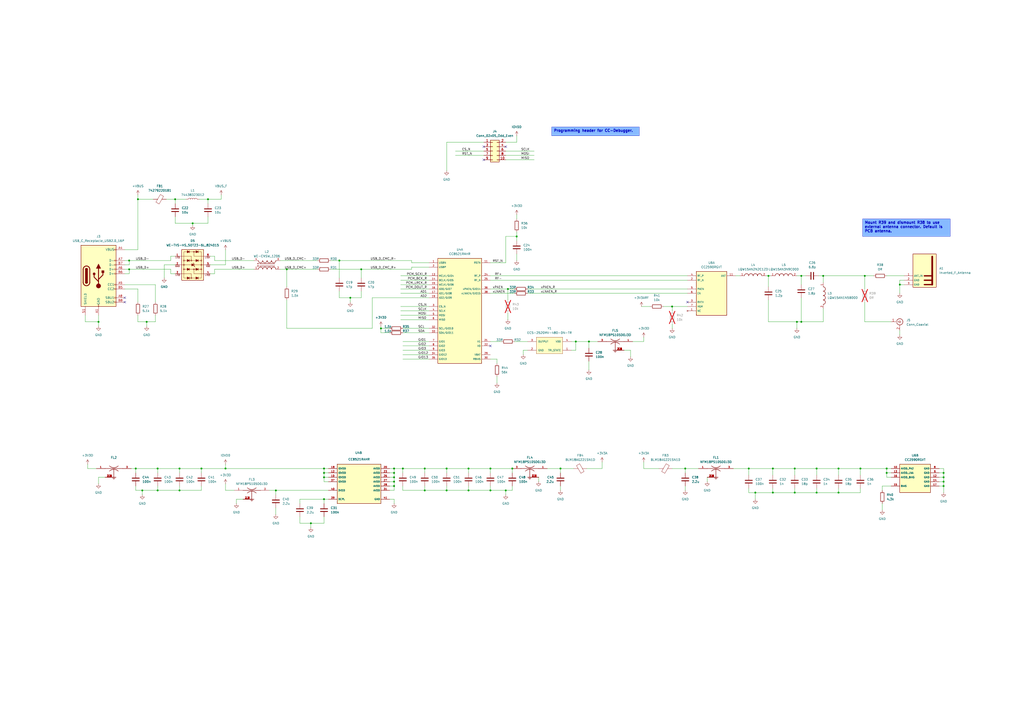
<source format=kicad_sch>
(kicad_sch (version 20231120) (generator "eeschema") (generator_version "8.0")
  (paper "A2")
  (junction (at 294.64 167.64))
  (junction (at 293.37 284.48))
  (junction (at 209.55 156.21))
  (junction (at 228.6 271.78))
  (junction (at 166.37 156.21))
  (junction (at 341.63 198.12))
  (junction (at 297.18 271.78))
  (junction (at 521.97 165.1))
  (junction (at 299.72 137.16))
  (junction (at 473.71 285.75))
  (junction (at 78.74 271.78))
  (junction (at 501.65 160.02))
  (junction (at 74.93 151.13))
  (junction (at 82.55 284.48))
  (junction (at 187.96 289.56))
  (junction (at 160.02 284.48))
  (junction (at 325.12 271.78))
  (junction (at 464.82 186.69))
  (junction (at 228.6 274.32))
  (junction (at 180.34 303.53))
  (junction (at 462.28 186.69))
  (junction (at 486.41 271.78))
  (junction (at 104.14 284.48))
  (junction (at 120.65 115.57))
  (junction (at 259.08 271.78))
  (junction (at 233.68 271.78))
  (junction (at 271.78 271.78))
  (junction (at 486.41 285.75))
  (junction (at 220.98 190.5))
  (junction (at 499.11 271.78))
  (junction (at 547.37 279.4))
  (junction (at 434.34 271.78))
  (junction (at 246.38 271.78))
  (junction (at 547.37 274.32))
  (junction (at 389.89 177.8))
  (junction (at 130.81 271.78))
  (junction (at 448.31 271.78))
  (junction (at 461.01 285.75))
  (junction (at 91.44 271.78))
  (junction (at 284.48 271.78))
  (junction (at 116.84 271.78))
  (junction (at 228.6 281.94))
  (junction (at 284.48 284.48))
  (junction (at 514.35 271.78))
  (junction (at 464.82 160.02))
  (junction (at 101.6 115.57))
  (junction (at 111.76 129.54))
  (junction (at 187.96 274.32))
  (junction (at 445.77 160.02))
  (junction (at 397.51 271.78))
  (junction (at 228.6 276.86))
  (junction (at 477.52 160.02))
  (junction (at 187.96 276.86))
  (junction (at 246.38 284.48))
  (junction (at 91.44 284.48))
  (junction (at 473.71 271.78))
  (junction (at 438.15 285.75))
  (junction (at 547.37 281.94))
  (junction (at 461.01 271.78))
  (junction (at 196.85 151.13))
  (junction (at 514.35 274.32))
  (junction (at 547.37 276.86))
  (junction (at 57.15 186.69))
  (junction (at 74.93 156.21))
  (junction (at 228.6 279.4))
  (junction (at 104.14 271.78))
  (junction (at 187.96 271.78))
  (junction (at 85.09 186.69))
  (junction (at 334.01 198.12))
  (junction (at 448.31 285.75))
  (junction (at 203.2 172.72))
  (junction (at 259.08 284.48))
  (junction (at 80.01 115.57))
  (junction (at 271.78 284.48))
  (no_connect (at 72.39 175.26))
  (no_connect (at 72.39 172.72))
  (no_connect (at 398.78 175.26))
  (no_connect (at 293.37 85.09))
  (no_connect (at 284.48 200.66))
  (no_connect (at 280.67 92.71))
  (no_connect (at 280.67 85.09))
  (wire (pts (xy 299.72 82.55) (xy 293.37 82.55)))
  (wire (pts (xy 294.64 167.64) (xy 294.64 173.99)))
  (wire (pts (xy 120.65 125.73) (xy 120.65 129.54)))
  (wire (pts (xy 232.41 160.02) (xy 248.92 160.02)))
  (wire (pts (xy 72.39 167.64) (xy 80.01 167.64)))
  (wire (pts (xy 434.34 283.21) (xy 434.34 285.75)))
  (wire (pts (xy 246.38 281.94) (xy 246.38 284.48)))
  (wire (pts (xy 233.68 271.78) (xy 246.38 271.78)))
  (wire (pts (xy 90.17 165.1) (xy 90.17 175.26)))
  (wire (pts (xy 228.6 276.86) (xy 228.6 279.4)))
  (wire (pts (xy 166.37 190.5) (xy 215.9 190.5)))
  (wire (pts (xy 521.97 194.31) (xy 521.97 191.77)))
  (wire (pts (xy 259.08 274.32) (xy 259.08 271.78)))
  (wire (pts (xy 196.85 168.91) (xy 196.85 172.72)))
  (wire (pts (xy 410.21 276.86) (xy 410.21 279.4)))
  (wire (pts (xy 294.64 181.61) (xy 294.64 185.42)))
  (wire (pts (xy 196.85 151.13) (xy 238.76 151.13)))
  (wire (pts (xy 445.77 186.69) (xy 445.77 173.99)))
  (wire (pts (xy 448.31 271.78) (xy 448.31 275.59)))
  (wire (pts (xy 116.84 281.94) (xy 116.84 284.48)))
  (wire (pts (xy 233.68 205.74) (xy 248.92 205.74)))
  (wire (pts (xy 115.57 115.57) (xy 120.65 115.57)))
  (wire (pts (xy 384.81 177.8) (xy 389.89 177.8)))
  (wire (pts (xy 373.38 198.12) (xy 367.03 198.12)))
  (wire (pts (xy 306.07 167.64) (xy 398.78 167.64)))
  (wire (pts (xy 120.65 115.57) (xy 128.27 115.57)))
  (wire (pts (xy 101.6 129.54) (xy 101.6 125.73)))
  (wire (pts (xy 187.96 274.32) (xy 187.96 271.78)))
  (wire (pts (xy 547.37 281.94) (xy 547.37 279.4)))
  (wire (pts (xy 57.15 186.69) (xy 57.15 189.23)))
  (wire (pts (xy 426.72 160.02) (xy 429.26 160.02)))
  (wire (pts (xy 233.68 271.78) (xy 233.68 274.32)))
  (wire (pts (xy 325.12 271.78) (xy 325.12 274.32)))
  (wire (pts (xy 501.65 160.02) (xy 501.65 167.64)))
  (wire (pts (xy 284.48 198.12) (xy 290.83 198.12)))
  (wire (pts (xy 477.52 179.07) (xy 477.52 186.69)))
  (wire (pts (xy 232.41 165.1) (xy 248.92 165.1)))
  (wire (pts (xy 331.47 203.2) (xy 334.01 203.2)))
  (wire (pts (xy 284.48 271.78) (xy 297.18 271.78)))
  (wire (pts (xy 190.5 279.4) (xy 187.96 279.4)))
  (wire (pts (xy 180.34 306.07) (xy 180.34 303.53)))
  (wire (pts (xy 284.48 284.48) (xy 293.37 284.48)))
  (wire (pts (xy 215.9 190.5) (xy 215.9 172.72)))
  (wire (pts (xy 232.41 177.8) (xy 248.92 177.8)))
  (wire (pts (xy 187.96 303.53) (xy 187.96 299.72)))
  (wire (pts (xy 514.35 271.78) (xy 516.89 271.78)))
  (wire (pts (xy 547.37 279.4) (xy 547.37 276.86)))
  (wire (pts (xy 101.6 118.11) (xy 101.6 115.57)))
  (wire (pts (xy 462.28 160.02) (xy 464.82 160.02)))
  (wire (pts (xy 284.48 284.48) (xy 271.78 284.48)))
  (wire (pts (xy 373.38 267.97) (xy 373.38 271.78)))
  (wire (pts (xy 101.6 153.67) (xy 95.25 153.67)))
  (wire (pts (xy 303.53 205.74) (xy 303.53 203.2)))
  (wire (pts (xy 80.01 182.88) (xy 80.01 186.69)))
  (wire (pts (xy 464.82 172.72) (xy 464.82 186.69)))
  (wire (pts (xy 57.15 276.86) (xy 60.96 276.86)))
  (wire (pts (xy 74.93 156.21) (xy 74.93 158.75)))
  (wire (pts (xy 104.14 281.94) (xy 104.14 284.48)))
  (wire (pts (xy 521.97 165.1) (xy 524.51 165.1)))
  (wire (pts (xy 80.01 115.57) (xy 80.01 144.78)))
  (wire (pts (xy 389.89 271.78) (xy 397.51 271.78)))
  (wire (pts (xy 220.98 190.5) (xy 226.06 190.5)))
  (wire (pts (xy 228.6 274.32) (xy 228.6 276.86)))
  (wire (pts (xy 438.15 285.75) (xy 438.15 289.56)))
  (wire (pts (xy 99.06 148.59) (xy 99.06 151.13)))
  (wire (pts (xy 226.06 289.56) (xy 228.6 289.56)))
  (wire (pts (xy 233.68 190.5) (xy 248.92 190.5)))
  (wire (pts (xy 501.65 186.69) (xy 501.65 175.26)))
  (wire (pts (xy 232.41 167.64) (xy 248.92 167.64)))
  (wire (pts (xy 486.41 271.78) (xy 486.41 275.59)))
  (wire (pts (xy 91.44 271.78) (xy 104.14 271.78)))
  (wire (pts (xy 461.01 271.78) (xy 448.31 271.78)))
  (wire (pts (xy 85.09 186.69) (xy 90.17 186.69)))
  (wire (pts (xy 425.45 271.78) (xy 434.34 271.78)))
  (wire (pts (xy 334.01 203.2) (xy 334.01 198.12)))
  (wire (pts (xy 82.55 287.02) (xy 82.55 284.48)))
  (wire (pts (xy 434.34 271.78) (xy 434.34 275.59)))
  (wire (pts (xy 299.72 137.16) (xy 299.72 134.62)))
  (wire (pts (xy 341.63 198.12) (xy 334.01 198.12)))
  (wire (pts (xy 477.52 160.02) (xy 501.65 160.02)))
  (wire (pts (xy 325.12 281.94) (xy 325.12 284.48)))
  (wire (pts (xy 372.11 177.8) (xy 377.19 177.8)))
  (wire (pts (xy 284.48 152.4) (xy 293.37 152.4)))
  (wire (pts (xy 341.63 201.93) (xy 341.63 198.12)))
  (wire (pts (xy 271.78 271.78) (xy 271.78 274.32)))
  (wire (pts (xy 238.76 152.4) (xy 248.92 152.4)))
  (wire (pts (xy 124.46 156.21) (xy 124.46 158.75)))
  (wire (pts (xy 501.65 160.02) (xy 506.73 160.02)))
  (wire (pts (xy 461.01 285.75) (xy 461.01 283.21)))
  (wire (pts (xy 473.71 271.78) (xy 486.41 271.78)))
  (wire (pts (xy 120.65 115.57) (xy 120.65 118.11)))
  (wire (pts (xy 76.2 271.78) (xy 78.74 271.78)))
  (wire (pts (xy 294.64 167.64) (xy 298.45 167.64)))
  (wire (pts (xy 160.02 284.48) (xy 160.02 287.02)))
  (wire (pts (xy 111.76 129.54) (xy 111.76 130.81)))
  (wire (pts (xy 464.82 160.02) (xy 464.82 165.1)))
  (wire (pts (xy 111.76 129.54) (xy 101.6 129.54)))
  (wire (pts (xy 74.93 156.21) (xy 99.06 156.21)))
  (wire (pts (xy 232.41 180.34) (xy 248.92 180.34)))
  (wire (pts (xy 547.37 274.32) (xy 547.37 271.78)))
  (wire (pts (xy 130.81 284.48) (xy 135.89 284.48)))
  (wire (pts (xy 91.44 284.48) (xy 82.55 284.48)))
  (wire (pts (xy 248.92 154.94) (xy 238.76 154.94)))
  (wire (pts (xy 547.37 285.75) (xy 547.37 281.94)))
  (wire (pts (xy 72.39 151.13) (xy 74.93 151.13)))
  (wire (pts (xy 325.12 271.78) (xy 317.5 271.78)))
  (wire (pts (xy 299.72 124.46) (xy 299.72 127)))
  (wire (pts (xy 299.72 147.32) (xy 299.72 151.13)))
  (wire (pts (xy 264.16 90.17) (xy 280.67 90.17)))
  (wire (pts (xy 341.63 214.63) (xy 341.63 209.55)))
  (wire (pts (xy 293.37 284.48) (xy 297.18 284.48)))
  (wire (pts (xy 124.46 158.75) (xy 121.92 158.75)))
  (wire (pts (xy 104.14 274.32) (xy 104.14 271.78)))
  (wire (pts (xy 445.77 160.02) (xy 445.77 166.37)))
  (wire (pts (xy 130.81 280.67) (xy 130.81 284.48)))
  (wire (pts (xy 233.68 198.12) (xy 248.92 198.12)))
  (wire (pts (xy 196.85 151.13) (xy 196.85 161.29)))
  (wire (pts (xy 448.31 285.75) (xy 461.01 285.75)))
  (wire (pts (xy 228.6 281.94) (xy 226.06 281.94)))
  (wire (pts (xy 486.41 285.75) (xy 486.41 283.21)))
  (wire (pts (xy 288.29 210.82) (xy 288.29 208.28)))
  (wire (pts (xy 514.35 274.32) (xy 516.89 274.32)))
  (wire (pts (xy 462.28 186.69) (xy 445.77 186.69)))
  (wire (pts (xy 80.01 115.57) (xy 88.9 115.57)))
  (wire (pts (xy 226.06 274.32) (xy 228.6 274.32)))
  (wire (pts (xy 80.01 167.64) (xy 80.01 175.26)))
  (wire (pts (xy 365.76 203.2) (xy 361.95 203.2)))
  (wire (pts (xy 99.06 158.75) (xy 101.6 158.75)))
  (wire (pts (xy 228.6 271.78) (xy 228.6 274.32)))
  (wire (pts (xy 82.55 284.48) (xy 78.74 284.48)))
  (wire (pts (xy 96.52 115.57) (xy 101.6 115.57)))
  (wire (pts (xy 232.41 162.56) (xy 248.92 162.56)))
  (wire (pts (xy 232.41 170.18) (xy 248.92 170.18)))
  (wire (pts (xy 499.11 285.75) (xy 499.11 283.21)))
  (wire (pts (xy 180.34 303.53) (xy 187.96 303.53)))
  (wire (pts (xy 293.37 152.4) (xy 293.37 137.16)))
  (wire (pts (xy 259.08 82.55) (xy 259.08 99.06)))
  (wire (pts (xy 156.21 284.48) (xy 160.02 284.48)))
  (wire (pts (xy 173.99 299.72) (xy 173.99 303.53)))
  (wire (pts (xy 124.46 156.21) (xy 147.32 156.21)))
  (wire (pts (xy 49.53 182.88) (xy 49.53 186.69)))
  (wire (pts (xy 444.5 160.02) (xy 445.77 160.02)))
  (wire (pts (xy 173.99 289.56) (xy 173.99 292.1)))
  (wire (pts (xy 511.81 292.1) (xy 511.81 295.91)))
  (wire (pts (xy 299.72 78.74) (xy 299.72 82.55)))
  (wire (pts (xy 547.37 271.78) (xy 544.83 271.78)))
  (wire (pts (xy 166.37 156.21) (xy 184.15 156.21)))
  (wire (pts (xy 461.01 271.78) (xy 473.71 271.78)))
  (wire (pts (xy 293.37 92.71) (xy 309.88 92.71)))
  (wire (pts (xy 228.6 279.4) (xy 226.06 279.4)))
  (wire (pts (xy 389.89 177.8) (xy 389.89 180.34)))
  (wire (pts (xy 209.55 156.21) (xy 238.76 156.21)))
  (wire (pts (xy 464.82 160.02) (xy 467.36 160.02)))
  (wire (pts (xy 544.83 281.94) (xy 547.37 281.94)))
  (wire (pts (xy 74.93 151.13) (xy 99.06 151.13)))
  (wire (pts (xy 72.39 156.21) (xy 74.93 156.21)))
  (wire (pts (xy 434.34 271.78) (xy 448.31 271.78)))
  (wire (pts (xy 166.37 156.21) (xy 166.37 166.37)))
  (wire (pts (xy 50.8 271.78) (xy 55.88 271.78)))
  (wire (pts (xy 57.15 280.67) (xy 57.15 276.86)))
  (wire (pts (xy 246.38 284.48) (xy 259.08 284.48)))
  (wire (pts (xy 187.96 289.56) (xy 190.5 289.56)))
  (wire (pts (xy 284.48 167.64) (xy 294.64 167.64)))
  (wire (pts (xy 462.28 186.69) (xy 462.28 190.5)))
  (wire (pts (xy 524.51 162.56) (xy 521.97 162.56)))
  (wire (pts (xy 50.8 269.24) (xy 50.8 271.78)))
  (wire (pts (xy 78.74 271.78) (xy 91.44 271.78)))
  (wire (pts (xy 438.15 285.75) (xy 448.31 285.75)))
  (wire (pts (xy 124.46 151.13) (xy 147.32 151.13)))
  (wire (pts (xy 91.44 271.78) (xy 91.44 274.32)))
  (wire (pts (xy 474.98 160.02) (xy 477.52 160.02)))
  (wire (pts (xy 220.98 190.5) (xy 220.98 193.04)))
  (wire (pts (xy 226.06 271.78) (xy 228.6 271.78)))
  (wire (pts (xy 521.97 165.1) (xy 521.97 170.18)))
  (wire (pts (xy 271.78 284.48) (xy 271.78 281.94)))
  (wire (pts (xy 238.76 154.94) (xy 238.76 156.21)))
  (wire (pts (xy 228.6 271.78) (xy 233.68 271.78)))
  (wire (pts (xy 233.68 284.48) (xy 233.68 281.94)))
  (wire (pts (xy 130.81 144.78) (xy 130.81 153.67)))
  (wire (pts (xy 91.44 281.94) (xy 91.44 284.48)))
  (wire (pts (xy 514.35 271.78) (xy 514.35 274.32)))
  (wire (pts (xy 280.67 82.55) (xy 259.08 82.55)))
  (wire (pts (xy 57.15 182.88) (xy 57.15 186.69)))
  (wire (pts (xy 101.6 148.59) (xy 99.06 148.59)))
  (wire (pts (xy 373.38 271.78) (xy 382.27 271.78)))
  (wire (pts (xy 80.01 113.03) (xy 80.01 115.57)))
  (wire (pts (xy 101.6 115.57) (xy 107.95 115.57)))
  (wire (pts (xy 293.37 90.17) (xy 309.88 90.17)))
  (wire (pts (xy 99.06 156.21) (xy 99.06 158.75)))
  (wire (pts (xy 215.9 172.72) (xy 248.92 172.72)))
  (wire (pts (xy 473.71 271.78) (xy 473.71 275.59)))
  (wire (pts (xy 220.98 189.23) (xy 220.98 190.5)))
  (wire (pts (xy 514.35 160.02) (xy 524.51 160.02)))
  (wire (pts (xy 187.96 279.4) (xy 187.96 276.86)))
  (wire (pts (xy 162.56 156.21) (xy 166.37 156.21)))
  (wire (pts (xy 331.47 198.12) (xy 334.01 198.12)))
  (wire (pts (xy 473.71 283.21) (xy 473.71 285.75)))
  (wire (pts (xy 74.93 151.13) (xy 74.93 153.67)))
  (wire (pts (xy 461.01 285.75) (xy 473.71 285.75)))
  (wire (pts (xy 187.96 276.86) (xy 190.5 276.86)))
  (wire (pts (xy 187.96 271.78) (xy 190.5 271.78)))
  (wire (pts (xy 312.42 276.86) (xy 312.42 279.4)))
  (wire (pts (xy 80.01 186.69) (xy 85.09 186.69)))
  (wire (pts (xy 544.83 274.32) (xy 547.37 274.32)))
  (wire (pts (xy 137.16 289.56) (xy 140.97 289.56)))
  (wire (pts (xy 173.99 303.53) (xy 180.34 303.53)))
  (wire (pts (xy 511.81 281.94) (xy 511.81 284.48)))
  (wire (pts (xy 246.38 271.78) (xy 246.38 274.32)))
  (wire (pts (xy 259.08 284.48) (xy 271.78 284.48)))
  (wire (pts (xy 78.74 284.48) (xy 78.74 281.94)))
  (wire (pts (xy 228.6 289.56) (xy 228.6 292.1)))
  (wire (pts (xy 85.09 189.23) (xy 85.09 186.69)))
  (wire (pts (xy 137.16 292.1) (xy 137.16 289.56)))
  (wire (pts (xy 547.37 276.86) (xy 547.37 274.32)))
  (wire (pts (xy 130.81 269.24) (xy 130.81 271.78)))
  (wire (pts (xy 246.38 271.78) (xy 259.08 271.78)))
  (wire (pts (xy 111.76 129.54) (xy 120.65 129.54)))
  (wire (pts (xy 303.53 203.2) (xy 306.07 203.2)))
  (wire (pts (xy 233.68 208.28) (xy 248.92 208.28)))
  (wire (pts (xy 209.55 172.72) (xy 209.55 168.91)))
  (wire (pts (xy 349.25 267.97) (xy 349.25 271.78)))
  (wire (pts (xy 499.11 271.78) (xy 499.11 275.59)))
  (wire (pts (xy 293.37 287.02) (xy 293.37 284.48)))
  (wire (pts (xy 284.48 170.18) (xy 298.45 170.18)))
  (wire (pts (xy 284.48 281.94) (xy 284.48 284.48)))
  (wire (pts (xy 72.39 165.1) (xy 90.17 165.1)))
  (wire (pts (xy 259.08 271.78) (xy 271.78 271.78)))
  (wire (pts (xy 461.01 271.78) (xy 461.01 275.59)))
  (wire (pts (xy 116.84 271.78) (xy 130.81 271.78)))
  (wire (pts (xy 121.92 148.59) (xy 124.46 148.59)))
  (wire (pts (xy 232.41 185.42) (xy 248.92 185.42)))
  (wire (pts (xy 72.39 153.67) (xy 74.93 153.67)))
  (wire (pts (xy 516.89 281.94) (xy 511.81 281.94)))
  (wire (pts (xy 238.76 151.13) (xy 238.76 152.4)))
  (wire (pts (xy 259.08 281.94) (xy 259.08 284.48)))
  (wire (pts (xy 104.14 284.48) (xy 116.84 284.48)))
  (wire (pts (xy 332.74 271.78) (xy 325.12 271.78)))
  (wire (pts (xy 299.72 139.7) (xy 299.72 137.16)))
  (wire (pts (xy 445.77 160.02) (xy 447.04 160.02)))
  (wire (pts (xy 284.48 160.02) (xy 398.78 160.02)))
  (wire (pts (xy 448.31 283.21) (xy 448.31 285.75)))
  (wire (pts (xy 78.74 271.78) (xy 78.74 274.32)))
  (wire (pts (xy 196.85 172.72) (xy 203.2 172.72)))
  (wire (pts (xy 95.25 153.67) (xy 95.25 161.29)))
  (wire (pts (xy 349.25 271.78) (xy 340.36 271.78)))
  (wire (pts (xy 91.44 284.48) (xy 104.14 284.48)))
  (wire (pts (xy 264.16 87.63) (xy 280.67 87.63)))
  (wire (pts (xy 228.6 276.86) (xy 226.06 276.86)))
  (wire (pts (xy 191.77 156.21) (xy 209.55 156.21)))
  (wire (pts (xy 397.51 281.94) (xy 397.51 284.48)))
  (wire (pts (xy 288.29 218.44) (xy 288.29 222.25)))
  (wire (pts (xy 130.81 271.78) (xy 187.96 271.78)))
  (wire (pts (xy 434.34 285.75) (xy 438.15 285.75)))
  (wire (pts (xy 284.48 162.56) (xy 398.78 162.56)))
  (wire (pts (xy 544.83 279.4) (xy 547.37 279.4)))
  (wire (pts (xy 514.35 276.86) (xy 516.89 276.86)))
  (wire (pts (xy 365.76 207.01) (xy 365.76 203.2)))
  (wire (pts (xy 72.39 158.75) (xy 74.93 158.75)))
  (wire (pts (xy 397.51 271.78) (xy 397.51 274.32)))
  (wire (pts (xy 297.18 281.94) (xy 297.18 284.48)))
  (wire (pts (xy 284.48 271.78) (xy 284.48 274.32)))
  (wire (pts (xy 130.81 153.67) (xy 121.92 153.67)))
  (wire (pts (xy 297.18 274.32) (xy 297.18 271.78)))
  (wire (pts (xy 187.96 289.56) (xy 173.99 289.56)))
  (wire (pts (xy 514.35 274.32) (xy 514.35 276.86)))
  (wire (pts (xy 228.6 281.94) (xy 228.6 284.48)))
  (wire (pts (xy 389.89 187.96) (xy 389.89 190.5)))
  (wire (pts (xy 203.2 172.72) (xy 209.55 172.72)))
  (wire (pts (xy 473.71 285.75) (xy 486.41 285.75)))
  (wire (pts (xy 271.78 271.78) (xy 284.48 271.78)))
  (wire (pts (xy 233.68 193.04) (xy 248.92 193.04)))
  (wire (pts (xy 166.37 173.99) (xy 166.37 190.5)))
  (wire (pts (xy 477.52 186.69) (xy 464.82 186.69)))
  (wire (pts (xy 72.39 144.78) (xy 80.01 144.78)))
  (wire (pts (xy 162.56 151.13) (xy 184.15 151.13)))
  (wire (pts (xy 191.77 151.13) (xy 196.85 151.13)))
  (wire (pts (xy 521.97 162.56) (xy 521.97 165.1)))
  (wire (pts (xy 246.38 284.48) (xy 233.68 284.48)))
  (wire (pts (xy 293.37 137.16) (xy 299.72 137.16)))
  (wire (pts (xy 288.29 208.28) (xy 284.48 208.28)))
  (wire (pts (xy 90.17 182.88) (xy 90.17 186.69)))
  (wire (pts (xy 499.11 271.78) (xy 514.35 271.78)))
  (wire (pts (xy 160.02 294.64) (xy 160.02 298.45)))
  (wire (pts (xy 187.96 276.86) (xy 187.96 274.32)))
  (wire (pts (xy 544.83 276.86) (xy 547.37 276.86)))
  (wire (pts (xy 233.68 203.2) (xy 248.92 203.2)))
  (wire (pts (xy 486.41 271.78) (xy 499.11 271.78)))
  (wire (pts (xy 232.41 182.88) (xy 248.92 182.88)))
  (wire (pts (xy 397.51 271.78) (xy 405.13 271.78)))
  (wire (pts (xy 116.84 271.78) (xy 116.84 274.32)))
  (wire (pts (xy 124.46 148.59) (xy 124.46 151.13)))
  (wire (pts (xy 228.6 284.48) (xy 226.06 284.48)))
  (wire (pts (xy 160.02 284.48) (xy 190.5 284.48)))
  (wire (pts (xy 373.38 195.58) (xy 373.38 198.12)))
  (wire (pts (xy 187.96 289.56) (xy 187.96 292.1)))
  (wire (pts (xy 486.41 285.75) (xy 499.11 285.75)))
  (wire (pts (xy 306.07 170.18) (xy 398.78 170.18)))
  (wire (pts (xy 464.82 186.69) (xy 462.28 186.69)))
  (wire (pts (xy 298.45 198.12) (xy 306.07 198.12)))
  (wire (pts (xy 49.53 186.69) (xy 57.15 186.69)))
  (wire (pts (xy 341.63 198.12) (xy 346.71 198.12)))
  (wire (pts (xy 477.52 160.02) (xy 477.52 163.83)))
  (wire (pts (xy 203.2 172.72) (xy 203.2 175.26)))
  (wire (pts (xy 516.89 186.69) (xy 501.65 186.69)))
  (wire (pts (xy 228.6 279.4) (xy 228.6 281.94)))
  (wire (pts (xy 104.14 271.78) (xy 116.84 271.78)))
  (wire (pts (xy 389.89 177.8) (xy 398.78 177.8)))
  (wire (pts (xy 226.06 193.04) (xy 220.98 193.04)))
  (wire (pts (xy 233.68 200.66) (xy 248.92 200.66)))
  (wire (pts (xy 128.27 113.03) (xy 128.27 115.57)))
  (wire (pts (xy 293.37 87.63) (xy 309.88 87.63)))
  (wire (pts (xy 187.96 274.32) (xy 190.5 274.32)))
  (wire (pts (xy 209.55 156.21) (xy 209.55 161.29)))
  (text_box "Programming header for CC-Debugger." (at 320.04 73.66 0) (size 50.8 5.08) (fill (type color) (color 135 186 255 1)) (effects (font (size 1.524 1.524) (thickness 0.3048) (bold yes)) (justify left top)))
  (text_box "Mount R39 and dismount R38 to use external antenna connector. Default is PCB antenna." (at 500.38 127 0) (size 50.8 10.16) (fill (type color) (color 135 186 255 1)) (effects (font (size 1.524 1.524) (thickness 0.3048) (bold yes)) (justify left top)))
  (label "SDA" (at 242.57 193.04 0))
  (label "PCM_BCK_R" (at 247.65 162.56 180))
  (label "xLNAEN_R" (at 313.69 170.18 0))
  (label "MOSI" (at 242.57 182.88 0))
  (label "xPAEN" (at 285.75 167.64 0))
  (label "GIO13" (at 242.57 208.28 0))
  (label "USB_D-" (at 78.74 151.13 0))
  (label "RF+" (at 287.02 160.02 0))
  (label "SCLK" (at 302.26 87.63 0))
  (label "GIO3" (at 242.57 203.2 0))
  (label "MOSI" (at 302.26 90.17 0))
  (label "MISO" (at 242.57 185.42 0))
  (label "RST_N" (at 285.75 152.4 0))
  (label "RST_N" (at 267.97 90.17 0))
  (label "GIO2" (at 242.57 200.66 0))
  (label "USB_D+" (at 78.74 156.21 0))
  (label "GIO1" (at 242.57 198.12 0))
  (label "CS_N" (at 267.97 87.63 0))
  (label "AD2" (at 243.84 172.72 0))
  (label "MISO" (at 302.26 92.71 0))
  (label "PCM_LRCK_R" (at 247.65 165.1 180))
  (label "PCM_SCKI_R" (at 247.65 160.02 180))
  (label "AD1" (at 243.84 170.18 0))
  (label "GIO12" (at 242.57 205.74 0))
  (label "xLNAEN" (at 285.75 170.18 0))
  (label "USB_D-" (at 142.24 151.13 180))
  (label "USB_D_CMC+" (at 177.8 156.21 180))
  (label "USB_D_CMC_R-" (at 229.87 151.13 180))
  (label "USB_D_CMC-" (at 177.8 151.13 180))
  (label "USB_D+" (at 142.24 156.21 180))
  (label "RF-" (at 287.02 162.56 0))
  (label "USB_D_CMC_R+" (at 229.87 156.21 180))
  (label "SCL" (at 242.57 190.5 0))
  (label "PCM_DOUT_R" (at 247.65 167.64 180))
  (label "SCLK" (at 242.57 180.34 0))
  (label "xPAEN_R" (at 313.69 167.64 0))
  (label "CS_N" (at 242.57 177.8 0))
  (symbol (lib_id "Device:R") (at 294.64 198.12 90) (unit 1)
    (property "Reference" "R32" (at 300.228 197.104 90))
    (property "Value" "33R" (at 289.814 197.104 90))
    (property "Description" "Resistor" (effects (hide yes)))
  )
  (symbol (lib_id "Wirelles_Guitar_Jack:CC2590RGVT") (at 530.86 276.86 0) (unit 2)
    (property "Reference" "U6" (at 530.86 264.16 0))
    (property "Value" "CC2590RGVT" (at 530.86 266.7 0))
    (property "Footprint" "Wirelles_Guitar_Jack:QFN65P400X400X100-17N" (effects (hide yes)))
  )
  (symbol (lib_id "power:GND") (at 410.21 279.4 0) (unit 1)
    (property "Reference" "#PWR062" (effects (hide yes)))
    (property "Value" "GND" (at 410.21 284.48 0))
    (property "Description" "Power symbol creates a global label with name \"GND\" , ground" (effects (hide yes)))
  )
  (symbol (lib_id "power:GND") (at 299.72 151.13 0) (unit 1)
    (property "Reference" "#PWR042" (effects (hide yes)))
    (property "Value" "GND" (at 299.72 156.21 0))
    (property "Description" "Power symbol creates a global label with name \"GND\" , ground" (effects (hide yes)))
  )
  (symbol (lib_id "power:GND") (at 521.97 194.31 0) (unit 1)
    (property "Reference" "#PWR049" (effects (hide yes)))
    (property "Value" "GND" (at 521.97 199.39 0))
    (property "Description" "Power symbol creates a global label with name \"GND\" , ground" (effects (hide yes)))
  )
  (symbol (lib_id "power:GND") (at 57.15 189.23 0) (unit 1)
    (property "Reference" "#PWR033" (effects (hide yes)))
    (property "Value" "GND" (at 57.15 194.31 0))
    (property "Description" "Power symbol creates a global label with name \"GND\" , ground" (effects (hide yes)))
  )
  (symbol (lib_id "Device:R") (at 302.26 167.64 90) (unit 1)
    (property "Reference" "R34" (at 307.848 166.624 90))
    (property "Value" "33R" (at 297.434 166.624 90))
    (property "Description" "Resistor" (effects (hide yes)))
  )
  (symbol (lib_id "Device:C") (at 101.6 121.92 0) (unit 1)
    (property "Reference" "C22" (at 105.41 120.6499 0) (effects (justify left)))
    (property "Value" "10u" (at 105.41 123.1899 0) (effects (justify left)))
    (property "Footprint" "Capacitor_SMD:C_0805_2012Metric" (effects (hide yes)))
    (property "Description" "Unpolarized capacitor" (effects (hide yes)))
  )
  (symbol (lib_id "power:GND") (at 462.28 190.5 0) (unit 1)
    (property "Reference" "#PWR046" (effects (hide yes)))
    (property "Value" "GND" (at 462.28 195.58 0))
    (property "Description" "Power symbol creates a global label with name \"GND\" , ground" (effects (hide yes)))
  )
  (symbol (lib_id "power:+5VA") (at 373.38 195.58 0) (mirror y) (unit 1)
    (property "Reference" "#PWR051" (effects (hide yes)))
    (property "Value" "+3V3D" (at 373.38 190.5 0))
    (property "Description" "Power symbol creates a global label with name \"+5VA\"" (effects (hide yes)))
  )
  (symbol (lib_id "Device:C") (at 78.74 278.13 0) (unit 1)
    (property "Reference" "C44" (at 82.55 276.8599 0) (effects (justify left)))
    (property "Value" "100n" (at 82.55 279.3999 0) (effects (justify left)))
    (property "Description" "Unpolarized capacitor" (effects (hide yes)))
  )
  (symbol (lib_id "power:+5VA") (at 349.25 267.97 0) (mirror y) (unit 1)
    (property "Reference" "#PWR066" (effects (hide yes)))
    (property "Value" "+3V3A" (at 349.25 262.89 0))
    (property "Description" "Power symbol creates a global label with name \"+5VA\"" (effects (hide yes)))
  )
  (symbol (lib_id "power:+5VA") (at 50.8 269.24 0) (unit 1)
    (property "Reference" "#PWR047" (effects (hide yes)))
    (property "Value" "+3V3D" (at 50.8 264.16 0))
    (property "Description" "Power symbol creates a global label with name \"+5VA\"" (effects (hide yes)))
  )
  (symbol (lib_id "Device:C") (at 297.18 278.13 0) (unit 1)
    (property "Reference" "C48" (at 300.99 276.8599 0) (effects (justify left)))
    (property "Value" "100n" (at 300.99 279.3999 0) (effects (justify left)))
    (property "Description" "Unpolarized capacitor" (effects (hide yes)))
  )
  (symbol (lib_id "Device:C") (at 196.85 165.1 0) (unit 1)
    (property "Reference" "C19" (at 200.66 163.8299 0) (effects (justify left)))
    (property "Value" "47p" (at 200.66 166.3699 0) (effects (justify left)))
    (property "Description" "Unpolarized capacitor" (effects (hide yes)))
  )
  (symbol (lib_id "power:GND") (at 547.37 285.75 0) (unit 1)
    (property "Reference" "#PWR045" (effects (hide yes)))
    (property "Value" "GND" (at 547.37 290.83 0))
    (property "Description" "Power symbol creates a global label with name \"GND\" , ground" (effects (hide yes)))
  )
  (symbol (lib_id "power:GND") (at 389.89 190.5 0) (unit 1)
    (property "Reference" "#PWR054" (effects (hide yes)))
    (property "Value" "GND" (at 389.89 195.58 0))
    (property "Description" "Power symbol creates a global label with name \"GND\" , ground" (effects (hide yes)))
  )
  (symbol (lib_id "Device:C") (at 473.71 279.4 0) (unit 1)
    (property "Reference" "C34" (at 477.52 278.1299 0) (effects (justify left)))
    (property "Value" "1n" (at 477.52 280.6699 0) (effects (justify left)))
    (property "Description" "Unpolarized capacitor" (effects (hide yes)))
  )
  (symbol (lib_id "power:GND") (at 397.51 284.48 0) (unit 1)
    (property "Reference" "#PWR061" (effects (hide yes)))
    (property "Value" "GND" (at 397.51 289.56 0))
    (property "Description" "Power symbol creates a global label with name \"GND\" , ground" (effects (hide yes)))
  )
  (symbol (lib_id "power:GND") (at 288.29 222.25 0) (unit 1)
    (property "Reference" "#PWR074" (effects (hide yes)))
    (property "Value" "GND" (at 288.29 227.33 0))
    (property "Description" "Power symbol creates a global label with name \"GND\" , ground" (effects (hide yes)))
  )
  (symbol (lib_id "power:+5VA") (at 373.38 267.97 0) (unit 1)
    (property "Reference" "#PWR063" (effects (hide yes)))
    (property "Value" "+3V3A" (at 373.38 262.89 0))
    (property "Description" "Power symbol creates a global label with name \"+5VA\"" (effects (hide yes)))
  )
  (symbol (lib_id "Device:FerriteBead") (at 92.71 115.57 90) (unit 1)
    (property "Reference" "FB1" (at 92.6592 107.95 90))
    (property "Value" "74279220181" (at 92.6592 110.49 90))
    (property "Footprint" "Inductor_SMD:L_0805_2012Metric" (effects (hide yes)))
    (property "Datasheet" "https://www.we-online.com/components/products/datasheet/74279220181.pdf" (effects (hide yes)))
    (property "Description" "74279220181" (effects (hide yes)))
  )
  (symbol (lib_id "Device:R") (at 501.65 171.45 0) (unit 1) (dnp yes)
    (property "Reference" "R39" (at 504.19 170.1799 0) (effects (justify left)))
    (property "Value" "0R" (at 504.19 172.7199 0) (effects (justify left)))
    (property "Description" "Resistor" (effects (hide yes)))
  )
  (symbol (lib_id "Device:C") (at 464.82 168.91 180) (unit 1)
    (property "Reference" "C27" (at 468.63 167.6399 0) (effects (justify right)))
    (property "Value" "1.8p" (at 468.63 170.1799 0) (effects (justify right)))
    (property "Description" "Unpolarized capacitor" (effects (hide yes)))
  )
  (symbol (lib_id "power:GND") (at 521.97 170.18 0) (unit 1)
    (property "Reference" "#PWR050" (effects (hide yes)))
    (property "Value" "GND" (at 521.97 175.26 0))
    (property "Description" "Power symbol creates a global label with name \"GND\" , ground" (effects (hide yes)))
  )
  (symbol (lib_id "Connector_Generic:Conn_02x05_Odd_Even") (at 285.75 87.63 0) (unit 1)
    (property "Reference" "J4" (at 287.02 76.2 0))
    (property "Value" "Conn_02x05_Odd_Even" (at 287.02 78.74 0))
    (property "Footprint" "Connector_IDC:IDC-Header_2x05_P2.54mm_Vertical" (effects (hide yes)))
    (property "Description" "Generic connector, double row, 02x05, odd/even pin numbering scheme (row 1 odd numbers, row 2 even numbers), script generated (kicad-library-utils/schlib/autogen/connector/)" (effects (hide yes)))
  )
  (symbol (lib_id "Wirelles_Guitar_Jack:LQW15AN3N9C00D") (at 454.66 160.02 0) (unit 1)
    (property "Reference" "L5" (at 454.66 153.67 0))
    (property "Value" "LQW15AN3N9C00D" (at 454.66 156.21 0))
    (property "Footprint" "Wirelles_Guitar_Jack:INDC1006X60N" (effects (hide yes)))
  )
  (symbol (lib_id "Device:R") (at 288.29 214.63 180) (unit 1)
    (property "Reference" "R44" (at 290.83 213.3599 0) (effects (justify right)))
    (property "Value" "56k" (at 290.83 215.8999 0) (effects (justify right)))
    (property "Description" "Resistor" (effects (hide yes)))
  )
  (symbol (lib_id "Wirelles_Guitar_Jack:NFM18PS105D0J3D") (at 307.34 271.78 0) (mirror y) (unit 1)
    (property "Reference" "FL4" (at 307.34 265.43 0))
    (property "Value" "NFM18PS105D0J3D" (at 307.34 267.97 0))
    (property "Footprint" "Wirelles_Guitar_Jack:FIL_NFM18PS105D0J3D" (effects (hide yes)))
    (property "Description" "Feedthrough Capacitor" (effects (hide yes)))
    (property "MF" "Murata" (effects (hide yes)))
    (property "PACKAGE" "0603 Murata" (effects (hide yes)))
    (property "PRICE" "None" (effects (hide yes)))
    (property "Package" "NONSTANDARD" (effects (hide yes)))
    (property "Check_prices" "https://www.snapeda.com/parts/NFM18PS105D0J3D/Murata/view-part/?ref=eda" (effects (hide yes)))
    (property "Price" "None" (effects (hide yes)))
    (property "SnapEDA_Link" "https://www.snapeda.com/parts/NFM18PS105D0J3D/Murata/view-part/?ref=snap" (effects (hide yes)))
    (property "MP" "NFM18PS105D0J3D" (effects (hide yes)))
    (property "Availability" "In Stock" (effects (hide yes)))
    (property "AVAILABILITY" "Unavailable" (effects (hide yes)))
    (property "Description_1" "\n                        \n                            SMD Capacitor  with Capacitance: 1.0uF Tol. 20%. Rated Voltage: 6.3Vdc\n                        \n" (effects (hide yes)))
  )
  (symbol (lib_id "power:+5VA") (at 128.27 113.03 0) (unit 1)
    (property "Reference" "#PWR036" (effects (hide yes)))
    (property "Value" "VBUS_F" (at 128.27 107.95 0))
    (property "Description" "Power symbol creates a global label with name \"+5VA\"" (effects (hide yes)))
  )
  (symbol (lib_id "Device:R") (at 299.72 130.81 180) (unit 1)
    (property "Reference" "R36" (at 302.26 129.5399 0) (effects (justify right)))
    (property "Value" "10k" (at 302.26 132.0799 0) (effects (justify right)))
    (property "Description" "Resistor" (effects (hide yes)))
  )
  (symbol (lib_id "Device:C") (at 299.72 143.51 0) (unit 1)
    (property "Reference" "C24" (at 303.53 142.2399 0) (effects (justify left)))
    (property "Value" "100n" (at 303.53 144.7799 0) (effects (justify left)))
    (property "Description" "Unpolarized capacitor" (effects (hide yes)))
  )
  (symbol (lib_id "Device:R") (at 381 177.8 270) (unit 1)
    (property "Reference" "R41" (at 381 171.45 90))
    (property "Value" "10k" (at 381 173.99 90))
    (property "Description" "Resistor" (effects (hide yes)))
  )
  (symbol (lib_id "Device:C") (at 187.96 295.91 0) (unit 1)
    (property "Reference" "C31" (at 191.77 294.6399 0) (effects (justify left)))
    (property "Value" "100n" (at 191.77 297.1799 0) (effects (justify left)))
    (property "Description" "Unpolarized capacitor" (effects (hide yes)))
  )
  (symbol (lib_id "Wirelles_Guitar_Jack:CC8521RHAR") (at 266.7 173.99 0) (unit 1)
    (property "Reference" "U4" (at 266.7 144.78 0))
    (property "Value" "CC8521RAHR" (at 266.7 147.32 0))
    (property "Footprint" "Wirelles_Guitar_Jack:QFN50P600X600X100-41N" (effects (hide yes)))
  )
  (symbol (lib_id "Device:C") (at 233.68 278.13 0) (unit 1)
    (property "Reference" "C49" (at 237.49 276.8599 0) (effects (justify left)))
    (property "Value" "100n" (at 237.49 279.3999 0) (effects (justify left)))
    (property "Description" "Unpolarized capacitor" (effects (hide yes)))
  )
  (symbol (lib_id "Device:C") (at 246.38 278.13 0) (unit 1)
    (property "Reference" "C50" (at 250.19 276.8599 0) (effects (justify left)))
    (property "Value" "100n" (at 250.19 279.3999 0) (effects (justify left)))
    (property "Description" "Unpolarized capacitor" (effects (hide yes)))
  )
  (symbol (lib_id "Device:C") (at 499.11 279.4 0) (unit 1)
    (property "Reference" "C36" (at 502.92 278.1299 0) (effects (justify left)))
    (property "Value" "1n" (at 502.92 280.6699 0) (effects (justify left)))
    (property "Description" "Unpolarized capacitor" (effects (hide yes)))
  )
  (symbol (lib_id "Device:C") (at 284.48 278.13 0) (unit 1)
    (property "Reference" "C47" (at 288.29 276.8599 0) (effects (justify left)))
    (property "Value" "100n" (at 288.29 279.3999 0) (effects (justify left)))
    (property "Description" "Unpolarized capacitor" (effects (hide yes)))
  )
  (symbol (lib_id "Device:R") (at 510.54 160.02 90) (unit 1)
    (property "Reference" "R38" (at 510.54 153.67 90))
    (property "Value" "0R" (at 510.54 156.21 90))
    (property "Description" "Resistor" (effects (hide yes)))
  )
  (symbol (lib_id "Wirelles_Guitar_Jack:NFM18PS105D0J3D") (at 356.87 198.12 0) (mirror y) (unit 1)
    (property "Reference" "FL5" (at 356.87 191.77 0))
    (property "Value" "NFM18PS105D0J3D" (at 356.87 194.31 0))
    (property "Footprint" "Wirelles_Guitar_Jack:FIL_NFM18PS105D0J3D" (effects (hide yes)))
    (property "Description" "Feedthrough Capacitor" (effects (hide yes)))
    (property "MF" "Murata" (effects (hide yes)))
    (property "PACKAGE" "0603 Murata" (effects (hide yes)))
    (property "PRICE" "None" (effects (hide yes)))
    (property "Package" "NONSTANDARD" (effects (hide yes)))
    (property "Check_prices" "https://www.snapeda.com/parts/NFM18PS105D0J3D/Murata/view-part/?ref=eda" (effects (hide yes)))
    (property "Price" "None" (effects (hide yes)))
    (property "SnapEDA_Link" "https://www.snapeda.com/parts/NFM18PS105D0J3D/Murata/view-part/?ref=snap" (effects (hide yes)))
    (property "MP" "NFM18PS105D0J3D" (effects (hide yes)))
    (property "Availability" "In Stock" (effects (hide yes)))
    (property "AVAILABILITY" "Unavailable" (effects (hide yes)))
    (property "Description_1" "\n                        \n                            SMD Capacitor  with Capacitance: 1.0uF Tol. 20%. Rated Voltage: 6.3Vdc\n                        \n" (effects (hide yes)))
  )
  (symbol (lib_id "power:GND") (at 511.81 295.91 0) (unit 1)
    (property "Reference" "#PWR053" (effects (hide yes)))
    (property "Value" "GND" (at 511.81 300.99 0))
    (property "Description" "Power symbol creates a global label with name \"GND\" , ground" (effects (hide yes)))
  )
  (symbol (lib_id "power:GND") (at 259.08 99.06 0) (mirror y) (unit 1)
    (property "Reference" "#PWR058" (effects (hide yes)))
    (property "Value" "GND" (at 259.08 104.14 0))
    (property "Description" "Power symbol creates a global label with name \"GND\" , ground" (effects (hide yes)))
  )
  (symbol (lib_id "power:+5VA") (at 130.81 269.24 0) (unit 1)
    (property "Reference" "#PWR059" (effects (hide yes)))
    (property "Value" "IOVDD" (at 130.81 264.16 0))
    (property "Description" "Power symbol creates a global label with name \"+5VA\"" (effects (hide yes)))
  )
  (symbol (lib_id "Wirelles_Guitar_Jack:NFM18PS105D0J3D") (at 146.05 284.48 0) (unit 1)
    (property "Reference" "FL3" (at 146.05 278.13 0))
    (property "Value" "NFM18PS105D0J3D" (at 146.05 280.67 0))
    (property "Footprint" "Wirelles_Guitar_Jack:FIL_NFM18PS105D0J3D" (effects (hide yes)))
    (property "Description" "Feedthrough Capacitor" (effects (hide yes)))
    (property "MF" "Murata" (effects (hide yes)))
    (property "PACKAGE" "0603 Murata" (effects (hide yes)))
    (property "PRICE" "None" (effects (hide yes)))
    (property "Package" "NONSTANDARD" (effects (hide yes)))
    (property "Check_prices" "https://www.snapeda.com/parts/NFM18PS105D0J3D/Murata/view-part/?ref=eda" (effects (hide yes)))
    (property "Price" "None" (effects (hide yes)))
    (property "SnapEDA_Link" "https://www.snapeda.com/parts/NFM18PS105D0J3D/Murata/view-part/?ref=snap" (effects (hide yes)))
    (property "MP" "NFM18PS105D0J3D" (effects (hide yes)))
    (property "Availability" "In Stock" (effects (hide yes)))
    (property "AVAILABILITY" "Unavailable" (effects (hide yes)))
    (property "Description_1" "\n                        \n                            SMD Capacitor  with Capacitance: 1.0uF Tol. 20%. Rated Voltage: 6.3Vdc\n                        \n" (effects (hide yes)))
  )
  (symbol (lib_id "power:GND") (at 57.15 280.67 0) (unit 1)
    (property "Reference" "#PWR065" (effects (hide yes)))
    (property "Value" "GND" (at 57.15 285.75 0))
    (property "Description" "Power symbol creates a global label with name \"GND\" , ground" (effects (hide yes)))
  )
  (symbol (lib_id "power:GND") (at 438.15 289.56 0) (unit 1)
    (property "Reference" "#PWR057" (effects (hide yes)))
    (property "Value" "GND" (at 438.15 294.64 0))
    (property "Description" "Power symbol creates a global label with name \"GND\" , ground" (effects (hide yes)))
  )
  (symbol (lib_id "power:GND") (at 95.25 161.29 0) (unit 1)
    (property "Reference" "#PWR037" (effects (hide yes)))
    (property "Value" "GND" (at 95.25 166.37 0))
    (property "Description" "Power symbol creates a global label with name \"GND\" , ground" (effects (hide yes)))
  )
  (symbol (lib_id "Wirelles_Guitar_Jack:NFM18PS105D0J3D") (at 415.29 271.78 0) (unit 1)
    (property "Reference" "FL1" (at 415.29 265.43 0))
    (property "Value" "NFM18PS105D0J3D" (at 415.29 267.97 0))
    (property "Footprint" "Wirelles_Guitar_Jack:FIL_NFM18PS105D0J3D" (effects (hide yes)))
    (property "Description" "Feedthrough Capacitor" (effects (hide yes)))
    (property "MF" "Murata" (effects (hide yes)))
    (property "PACKAGE" "0603 Murata" (effects (hide yes)))
    (property "PRICE" "None" (effects (hide yes)))
    (property "Package" "NONSTANDARD" (effects (hide yes)))
    (property "Check_prices" "https://www.snapeda.com/parts/NFM18PS105D0J3D/Murata/view-part/?ref=eda" (effects (hide yes)))
    (property "Price" "None" (effects (hide yes)))
    (property "SnapEDA_Link" "https://www.snapeda.com/parts/NFM18PS105D0J3D/Murata/view-part/?ref=snap" (effects (hide yes)))
    (property "MP" "NFM18PS105D0J3D" (effects (hide yes)))
    (property "Availability" "In Stock" (effects (hide yes)))
    (property "AVAILABILITY" "Unavailable" (effects (hide yes)))
    (property "Description_1" "\n                        \n                            SMD Capacitor  with Capacitance: 1.0uF Tol. 20%. Rated Voltage: 6.3Vdc\n                        \n" (effects (hide yes)))
  )
  (symbol (lib_id "Wirelles_Guitar_Jack:WE-TVS-HS_SOT23-6L_824015") (at 111.76 153.67 0) (unit 1)
    (property "Reference" "D5" (at 111.76 139.7 0))
    (property "Value" "WE-TVS-HS_SOT23-6L_824015" (at 111.76 142.24 0))
    (property "Footprint" "WE-TVS-HS_SOT23-6L_824015:WE-TVS_SOT23-6L" (effects (hide yes)))
    (property "DigiKey_Part_Number" "732-4467-2-ND" (effects (hide yes)))
    (property "SnapEDA_Link" "https://www.snapeda.com/parts/824015/W%25C3%25BCrth+Elektronik+Midcom/view-part/?ref=snap" (effects (hide yes)))
    (property "Description_1" "\n                        \n                            8.2V (Typ) Clamp 4A (8/20µs) Ipp Tvs Diode Surface Mount SOT-23-6L\n                        \n" (effects (hide yes)))
    (property "MF" "Würth Elektronik" (effects (hide yes)))
    (property "Package" "None" (effects (hide yes)))
    (property "Check_prices" "https://www.snapeda.com/parts/824015/W%25C3%25BCrth+Elektronik+Midcom/view-part/?ref=eda" (effects (hide yes)))
    (property "MP" "824015" (effects (hide yes)))
  )
  (symbol (lib_id "power:+5VA") (at 372.11 177.8 0) (unit 1)
    (property "Reference" "#PWR055" (effects (hide yes)))
    (property "Value" "+3V3ARF" (at 372.11 172.72 0))
    (property "Description" "Power symbol creates a global label with name \"+5VA\"" (effects (hide yes)))
  )
  (symbol (lib_id "Device:R") (at 389.89 184.15 180) (unit 1) (dnp yes)
    (property "Reference" "R42" (at 392.43 182.8799 0) (effects (justify right)))
    (property "Value" "10k" (at 392.43 185.4199 0) (effects (justify right)))
    (property "Description" "Resistor" (effects (hide yes)))
  )
  (symbol (lib_id "power:GND") (at 180.34 306.07 0) (unit 1)
    (property "Reference" "#PWR064" (effects (hide yes)))
    (property "Value" "GND" (at 180.34 311.15 0))
    (property "Description" "Power symbol creates a global label with name \"GND\" , ground" (effects (hide yes)))
  )
  (symbol (lib_id "Device:C") (at 209.55 165.1 0) (unit 1)
    (property "Reference" "C20" (at 213.36 163.8299 0) (effects (justify left)))
    (property "Value" "47p" (at 213.36 166.3699 0) (effects (justify left)))
    (property "Description" "Unpolarized capacitor" (effects (hide yes)))
  )
  (symbol (lib_id "power:GND") (at 303.53 205.74 0) (unit 1)
    (property "Reference" "#PWR040" (effects (hide yes)))
    (property "Value" "GND" (at 303.53 210.82 0))
    (property "Description" "Power symbol creates a global label with name \"GND\" , ground" (effects (hide yes)))
  )
  (symbol (lib_id "Device:C") (at 325.12 278.13 0) (mirror y) (unit 1)
    (property "Reference" "C45" (at 321.31 276.8599 0) (effects (justify left)))
    (property "Value" "2.2u" (at 321.31 279.3999 0) (effects (justify left)))
    (property "Description" "Unpolarized capacitor" (effects (hide yes)))
  )
  (symbol (lib_id "Device:C") (at 445.77 170.18 0) (unit 1)
    (property "Reference" "C25" (at 449.58 168.9099 0) (effects (justify left)))
    (property "Value" "1.2p" (at 449.58 171.4499 0) (effects (justify left)))
    (property "Description" "Unpolarized capacitor" (effects (hide yes)))
  )
  (symbol (lib_id "power:GND") (at 82.55 287.02 0) (unit 1)
    (property "Reference" "#PWR070" (effects (hide yes)))
    (property "Value" "GND" (at 82.55 292.1 0))
    (property "Description" "Power symbol creates a global label with name \"GND\" , ground" (effects (hide yes)))
  )
  (symbol (lib_id "Device:C") (at 448.31 279.4 0) (unit 1)
    (property "Reference" "C32" (at 452.12 278.1299 0) (effects (justify left)))
    (property "Value" "1n" (at 452.12 280.6699 0) (effects (justify left)))
    (property "Description" "Unpolarized capacitor" (effects (hide yes)))
  )
  (symbol (lib_id "power:GND") (at 293.37 287.02 0) (unit 1)
    (property "Reference" "#PWR071" (effects (hide yes)))
    (property "Value" "GND" (at 293.37 292.1 0))
    (property "Description" "Power symbol creates a global label with name \"GND\" , ground" (effects (hide yes)))
  )
  (symbol (lib_id "Device:C") (at 471.17 160.02 90) (unit 1)
    (property "Reference" "C26" (at 471.17 152.4 90))
    (property "Value" "6.8p" (at 471.17 154.94 90))
    (property "Description" "Unpolarized capacitor" (effects (hide yes)))
  )
  (symbol (lib_id "Device:L") (at 111.76 115.57 90) (unit 1)
    (property "Reference" "L1" (at 111.76 110.49 90))
    (property "Value" "74438323012" (at 111.76 113.03 90))
    (property "Footprint" "Inductor_SMD:L_Wuerth_MAPI-2512" (effects (hide yes)))
    (property "Datasheet" "https://www.we-online.com/components/products/datasheet/74438323012.pdf" (effects (hide yes)))
    (property "Description" "74438323012" (effects (hide yes)))
  )
  (symbol (lib_id "Device:C") (at 259.08 278.13 0) (unit 1)
    (property "Reference" "C51" (at 262.89 276.8599 0) (effects (justify left)))
    (property "Value" "100n" (at 262.89 279.3999 0) (effects (justify left)))
    (property "Description" "Unpolarized capacitor" (effects (hide yes)))
  )
  (symbol (lib_id "Device:R") (at 511.81 288.29 0) (unit 1)
    (property "Reference" "R40" (at 514.35 287.0199 0) (effects (justify left)))
    (property "Value" "4.3k" (at 514.35 289.5599 0) (effects (justify left)))
    (property "Description" "Resistor" (effects (hide yes)))
  )
  (symbol (lib_id "power:GND") (at 325.12 284.48 0) (mirror y) (unit 1)
    (property "Reference" "#PWR067" (effects (hide yes)))
    (property "Value" "GND" (at 325.12 289.56 0))
    (property "Description" "Power symbol creates a global label with name \"GND\" , ground" (effects (hide yes)))
  )
  (symbol (lib_id "power:+5VA") (at 299.72 78.74 0) (unit 1)
    (property "Reference" "#PWR060" (effects (hide yes)))
    (property "Value" "IOVDD" (at 299.72 73.66 0))
    (property "Description" "Power symbol creates a global label with name \"+5VA\"" (effects (hide yes)))
  )
  (symbol (lib_id "power:GND") (at 137.16 292.1 0) (unit 1)
    (property "Reference" "#PWR072" (effects (hide yes)))
    (property "Value" "GND" (at 137.16 297.18 0))
    (property "Description" "Power symbol creates a global label with name \"GND\" , ground" (effects (hide yes)))
  )
  (symbol (lib_id "Device:C") (at 434.34 279.4 0) (unit 1)
    (property "Reference" "C37" (at 438.15 278.1299 0) (effects (justify left)))
    (property "Value" "100n" (at 438.15 280.6699 0) (effects (justify left)))
    (property "Description" "Unpolarized capacitor" (effects (hide yes)))
  )
  (symbol (lib_id "Device:C") (at 173.99 295.91 0) (unit 1)
    (property "Reference" "C39" (at 177.8 294.6399 0) (effects (justify left)))
    (property "Value" "2.2u" (at 177.8 297.1799 0) (effects (justify left)))
    (property "Description" "Unpolarized capacitor" (effects (hide yes)))
  )
  (symbol (lib_id "Device:C") (at 120.65 121.92 0) (unit 1)
    (property "Reference" "C23" (at 124.46 120.6499 0) (effects (justify left)))
    (property "Value" "10u" (at 124.46 123.1899 0) (effects (justify left)))
    (property "Footprint" "Capacitor_SMD:C_0805_2012Metric" (effects (hide yes)))
    (property "Description" "Unpolarized capacitor" (effects (hide yes)))
  )
  (symbol (lib_id "Device:C") (at 271.78 278.13 0) (unit 1)
    (property "Reference" "C46" (at 275.59 276.8599 0) (effects (justify left)))
    (property "Value" "100n" (at 275.59 279.3999 0) (effects (justify left)))
    (property "Description" "Unpolarized capacitor" (effects (hide yes)))
  )
  (symbol (lib_id "Device:C") (at 116.84 278.13 0) (unit 1)
    (property "Reference" "C41" (at 120.65 276.8599 0) (effects (justify left)))
    (property "Value" "100n" (at 120.65 279.3999 0) (effects (justify left)))
    (property "Description" "Unpolarized capacitor" (effects (hide yes)))
  )
  (symbol (lib_id "Wirelles_Guitar_Jack:WE-CNSW_1206") (at 154.94 153.67 0) (unit 1)
    (property "Reference" "L2" (at 154.78 146.05 0))
    (property "Value" "WE-CNSW_1206" (at 154.78 148.59 0))
    (property "Footprint" "Wirelles_Guitar_Jack:WE-CNSW_1206" (effects (hide yes)))
    (property "DigiKey_Part_Number" "732-1469-2-ND" (effects (hide yes)))
    (property "SnapEDA_Link" "https://www.snapeda.com/parts/744232090/W%25C3%25BCrth+Elektronik+Midcom/view-part/?ref=snap" (effects (hide yes)))
    (property "Description_1" "\n                        \n                            Line Filter, Common Mode, SMT, 1206, 90 Ohm, 100MHz, 370mA, WE-CNSW Series | Wurth Electronics 744232090\n                        \n" (effects (hide yes)))
    (property "MF" "Würth Elektronik" (effects (hide yes)))
    (property "Package" "Horizontal-4 Würth Elektronik" (effects (hide yes)))
    (property "Check_prices" "https://www.snapeda.com/parts/744232090/W%25C3%25BCrth+Elektronik+Midcom/view-part/?ref=eda" (effects (hide yes)))
    (property "MP" "744232090" (effects (hide yes)))
  )
  (symbol (lib_id "Device:R") (at 187.96 156.21 90) (unit 1)
    (property "Reference" "R31" (at 193.548 155.194 90))
    (property "Value" "33R" (at 183.134 155.194 90))
    (property "Description" "Resistor" (effects (hide yes)))
  )
  (symbol (lib_id "Device:C") (at 486.41 279.4 0) (unit 1)
    (property "Reference" "C35" (at 490.22 278.1299 0) (effects (justify left)))
    (property "Value" "18p" (at 490.22 280.6699 0) (effects (justify left)))
    (property "Description" "Unpolarized capacitor" (effects (hide yes)))
  )
  (symbol (lib_id "Device:R") (at 80.01 179.07 0) (unit 1)
    (property "Reference" "R27" (at 82.55 177.7999 0) (effects (justify left)))
    (property "Value" "5.1k" (at 82.55 180.3399 0) (effects (justify left)))
    (property "Description" "Resistor" (effects (hide yes)))
  )
  (symbol (lib_id "power:+5VA") (at 130.81 144.78 0) (unit 1)
    (property "Reference" "#PWR038" (effects (hide yes)))
    (property "Value" "+VBUS" (at 130.81 139.7 0))
    (property "Description" "Power symbol creates a global label with name \"+5VA\"" (effects (hide yes)))
  )
  (symbol (lib_id "Device:FerriteBead") (at 386.08 271.78 90) (unit 1)
    (property "Reference" "FB3" (at 386.0292 264.16 90))
    (property "Value" "BLM18AG221SN1D" (at 386.0292 266.7 90))
    (property "Datasheet" "https://www.murata.com/en-us/products/productdata/8796738650142/ENFA0003.pdf" (effects (hide yes)))
    (property "Description" "220 Ohms @ 100 MHz 1 Ferrite Bead 0603 (1608 Metric) 700mA 250mOhm" (effects (hide yes)))
  )
  (symbol (lib_id "power:GND") (at 160.02 298.45 0) (unit 1)
    (property "Reference" "#PWR048" (effects (hide yes)))
    (property "Value" "GND" (at 160.02 303.53 0))
    (property "Description" "Power symbol creates a global label with name \"GND\" , ground" (effects (hide yes)))
  )
  (symbol (lib_id "power:GND") (at 365.76 207.01 0) (mirror y) (unit 1)
    (property "Reference" "#PWR052" (effects (hide yes)))
    (property "Value" "GND" (at 365.76 212.09 0))
    (property "Description" "Power symbol creates a global label with name \"GND\" , ground" (effects (hide yes)))
  )
  (symbol (lib_id "Device:R") (at 229.87 190.5 90) (unit 1)
    (property "Reference" "R35" (at 235.458 189.484 90))
    (property "Value" "1.5k" (at 225.044 189.484 90))
    (property "Description" "Resistor" (effects (hide yes)))
  )
  (symbol (lib_id "Device:R") (at 166.37 170.18 180) (unit 1)
    (property "Reference" "R29" (at 168.91 168.9099 0) (effects (justify right)))
    (property "Value" "1.5k" (at 168.91 171.4499 0) (effects (justify right)))
    (property "Description" "Resistor" (effects (hide yes)))
  )
  (symbol (lib_id "Wirelles_Guitar_Jack:CC2590RGVT") (at 416.56 177.8 0) (unit 1)
    (property "Reference" "U6" (at 412.75 152.4 0))
    (property "Value" "CC2590RGVT" (at 412.75 154.94 0))
    (property "Footprint" "Wirelles_Guitar_Jack:QFN65P400X400X100-17N" (effects (hide yes)))
  )
  (symbol (lib_id "power:GND") (at 203.2 175.26 0) (unit 1)
    (property "Reference" "#PWR039" (effects (hide yes)))
    (property "Value" "GND" (at 203.2 180.34 0))
    (property "Description" "Power symbol creates a global label with name \"GND\" , ground" (effects (hide yes)))
  )
  (symbol (lib_id "Device:R") (at 187.96 151.13 90) (unit 1)
    (property "Reference" "R30" (at 193.548 150.114 90))
    (property "Value" "33R" (at 183.134 150.114 90))
    (property "Description" "Resistor" (effects (hide yes)))
  )
  (symbol (lib_id "Wirelles_Guitar_Jack:ECS-2520MV-480-DN-TR") (at 311.15 203.2 0) (mirror y) (unit 1)
    (property "Reference" "Y1" (at 318.77 190.5 0))
    (property "Value" "ECS-2520MV-480-DN-TR" (at 318.77 193.04 0))
    (property "Footprint" "ECS-2520MV-480-DN-TR:OSC_ECS-2520MV-480-DN-TR" (effects (hide yes)))
    (property "MF" "ECS" (effects (hide yes)))
    (property "Description_1" "\n                        \n                            48 MHz XO (Standard) HCMOS Oscillator 1.6V ~ 3.6V Enable/Disable 4-SMD, No Lead\n                        \n" (effects (hide yes)))
    (property "Package" "ECS-2520MV-0-4 ECS" (effects (hide yes)))
    (property "Price" "None" (effects (hide yes)))
    (property "Check_prices" "https://www.snapeda.com/parts/ECS-2520MV-480-DN-TR/ECS/view-part/?ref=eda" (effects (hide yes)))
    (property "STANDARD" "Manufacturer Recommendations" (effects (hide yes)))
    (property "PARTREV" "2017" (effects (hide yes)))
    (property "SnapEDA_Link" "https://www.snapeda.com/parts/ECS-2520MV-480-DN-TR/ECS/view-part/?ref=snap" (effects (hide yes)))
    (property "MP" "ECS-2520MV-480-DN-TR" (effects (hide yes)))
    (property "Availability" "In Stock" (effects (hide yes)))
    (property "MANUFACTURER" "ECS INC" (effects (hide yes)))
  )
  (symbol (lib_id "Wirelles_Guitar_Jack:Inverted_F_Antenna") (at 530.86 149.86 0) (unit 1)
    (property "Reference" "A1" (at 544.83 155.7019 0) (effects (justify left)))
    (property "Value" "Inverted_F_Antenna" (at 544.83 158.2419 0) (effects (justify left)))
    (property "Footprint" "Wirelles_Guitar_Jack:Inverted_F_Antenna" (effects (hide yes)))
  )
  (symbol (lib_id "Connector:USB_C_Receptacle_USB2.0_16P") (at 57.15 160.02 0) (unit 1)
    (property "Reference" "J3" (at 57.15 137.16 0))
    (property "Value" "USB_C_Receptacle_USB2.0_16P" (at 57.15 139.7 0))
    (property "Footprint" "Connector_USB:USB_C_Receptacle_GCT_USB4105-xx-A_16P_TopMnt_Horizontal" (effects (hide yes)))
    (property "Datasheet" "https://www.usb.org/sites/default/files/documents/usb_type-c.zip" (effects (hide yes)))
    (property "Description" "USB 2.0-only 16P Type-C Receptacle connector" (effects (hide yes)))
  )
  (symbol (lib_id "Device:R") (at 294.64 177.8 180) (unit 1) (dnp yes)
    (property "Reference" "R43" (at 297.18 176.5299 0) (effects (justify right)))
    (property "Value" "10k" (at 297.18 179.0699 0) (effects (justify right)))
    (property "Description" "Resistor" (effects (hide yes)))
  )
  (symbol (lib_id "power:GND") (at 228.6 292.1 0) (unit 1)
    (property "Reference" "#PWR044" (effects (hide yes)))
    (property "Value" "GND" (at 228.6 297.18 0))
    (property "Description" "Power symbol creates a global label with name \"GND\" , ground" (effects (hide yes)))
  )
  (symbol (lib_id "Connector:Conn_Coaxial") (at 521.97 186.69 0) (unit 1)
    (property "Reference" "J5" (at 525.78 185.7131 0) (effects (justify left)))
    (property "Value" "Conn_Coaxial" (at 525.78 188.2531 0) (effects (justify left)))
    (property "Footprint" "Connector_Coaxial:SMA_Samtec_SMA-J-P-H-ST-EM1_EdgeMount" (effects (hide yes)))
    (property "Description" "coaxial connector (BNC, SMA, SMB, SMC, Cinch/RCA, LEMO, ...)" (effects (hide yes)))
  )
  (symbol (lib_id "power:GND") (at 312.42 279.4 0) (mirror y) (unit 1)
    (property "Reference" "#PWR068" (effects (hide yes)))
    (property "Value" "GND" (at 312.42 284.48 0))
    (property "Description" "Power symbol creates a global label with name \"GND\" , ground" (effects (hide yes)))
  )
  (symbol (lib_id "Wirelles_Guitar_Jack:CC8521RHAR") (at 208.28 283.21 0) (unit 2)
    (property "Reference" "U4" (at 208.026 262.636 0))
    (property "Value" "CC8521RAHR" (at 208.28 266.446 0))
    (property "Footprint" "Wirelles_Guitar_Jack:QFN50P600X600X100-41N" (effects (hide yes)))
  )
  (symbol (lib_id "power:+5VA") (at 220.98 189.23 0) (unit 1)
    (property "Reference" "#PWR043" (effects (hide yes)))
    (property "Value" "+3V3D" (at 220.98 184.15 0))
    (property "Description" "Power symbol creates a global label with name \"+5VA\"" (effects (hide yes)))
  )
  (symbol (lib_id "Wirelles_Guitar_Jack:NFM18PS105D0J3D") (at 66.04 271.78 0) (unit 1)
    (property "Reference" "FL2" (at 66.04 265.43 0))
    (property "Value" "NFM18PS105D0J3D" (effects (hide yes)))
    (property "Footprint" "Wirelles_Guitar_Jack:FIL_NFM18PS105D0J3D" (effects (hide yes)))
    (property "Description" "Feedthrough Capacitor" (effects (hide yes)))
    (property "MF" "Murata" (effects (hide yes)))
    (property "PACKAGE" "0603 Murata" (effects (hide yes)))
    (property "PRICE" "None" (effects (hide yes)))
    (property "Package" "NONSTANDARD" (effects (hide yes)))
    (property "Check_prices" "https://www.snapeda.com/parts/NFM18PS105D0J3D/Murata/view-part/?ref=eda" (effects (hide yes)))
    (property "Price" "None" (effects (hide yes)))
    (property "SnapEDA_Link" "https://www.snapeda.com/parts/NFM18PS105D0J3D/Murata/view-part/?ref=snap" (effects (hide yes)))
    (property "MP" "NFM18PS105D0J3D" (effects (hide yes)))
    (property "Availability" "In Stock" (effects (hide yes)))
    (property "AVAILABILITY" "Unavailable" (effects (hide yes)))
    (property "Description_1" "\n                        \n                            SMD Capacitor  with Capacitance: 1.0uF Tol. 20%. Rated Voltage: 6.3Vdc\n                        \n" (effects (hide yes)))
  )
  (symbol (lib_id "power:GND") (at 111.76 130.81 0) (unit 1)
    (property "Reference" "#PWR035" (effects (hide yes)))
    (property "Value" "GND" (at 111.76 135.89 0))
    (property "Description" "Power symbol creates a global label with name \"GND\" , ground" (effects (hide yes)))
  )
  (symbol (lib_id "Device:R") (at 302.26 170.18 90) (unit 1)
    (property "Reference" "R33" (at 307.848 169.164 90))
    (property "Value" "33R" (at 297.434 169.164 90))
    (property "Description" "Resistor" (effects (hide yes)))
  )
  (symbol (lib_id "Device:R") (at 229.87 193.04 90) (unit 1)
    (property "Reference" "R37" (at 235.458 192.024 90))
    (property "Value" "1.5k" (at 225.044 192.024 90))
    (property "Description" "Resistor" (effects (hide yes)))
  )
  (symbol (lib_id "Device:C") (at 341.63 205.74 0) (unit 1)
    (property "Reference" "C28" (at 345.44 204.4699 0) (effects (justify left)))
    (property "Value" "100n" (at 345.44 207.0099 0) (effects (justify left)))
    (property "Description" "Unpolarized capacitor" (effects (hide yes)))
  )
  (symbol (lib_id "power:GND") (at 341.63 214.63 0) (mirror y) (unit 1)
    (property "Reference" "#PWR073" (effects (hide yes)))
    (property "Value" "GND" (at 341.63 219.71 0))
    (property "Description" "Power symbol creates a global label with name \"GND\" , ground" (effects (hide yes)))
  )
  (symbol (lib_id "Device:C") (at 160.02 290.83 0) (unit 1)
    (property "Reference" "C40" (at 163.83 289.5599 0) (effects (justify left)))
    (property "Value" "2.2u" (at 163.83 292.0999 0) (effects (justify left)))
    (property "Description" "Unpolarized capacitor" (effects (hide yes)))
  )
  (symbol (lib_id "Device:C") (at 397.51 278.13 0) (unit 1)
    (property "Reference" "C38" (at 401.32 276.8599 0) (effects (justify left)))
    (property "Value" "2.2u" (at 401.32 279.3999 0) (effects (justify left)))
    (property "Description" "Unpolarized capacitor" (effects (hide yes)))
  )
  (symbol (lib_id "power:GND") (at 85.09 189.23 0) (unit 1)
    (property "Reference" "#PWR034" (effects (hide yes)))
    (property "Value" "GND" (at 85.09 194.31 0))
    (property "Description" "Power symbol creates a global label with name \"GND\" , ground" (effects (hide yes)))
  )
  (symbol (lib_id "Device:C") (at 461.01 279.4 0) (unit 1)
    (property "Reference" "C33" (at 464.82 278.1299 0) (effects (justify left)))
    (property "Value" "18p" (at 464.82 280.6699 0) (effects (justify left)))
    (property "Description" "Unpolarized capacitor" (effects (hide yes)))
  )
  (symbol (lib_id "power:+5VA") (at 299.72 124.46 0) (unit 1)
    (property "Reference" "#PWR041" (effects (hide yes)))
    (property "Value" "+3V3D" (at 299.72 119.38 0))
    (property "Description" "Power symbol creates a global label with name \"+5VA\"" (effects (hide yes)))
  )
  (symbol (lib_id "Wirelles_Guitar_Jack:LQW15AN2N2C1ZD") (at 436.88 160.02 0) (unit 1)
    (property "Reference" "L4" (at 436.88 153.67 0))
    (property "Value" "LQW15AN2N2C1ZD" (at 436.88 156.21 0))
    (property "Footprint" "Wirelles_Guitar_Jack:INDC1006X60N" (effects (hide yes)))
  )
  (symbol (lib_id "Wirelles_Guitar_Jack:LQW15AN1N5B00D") (at 477.52 171.45 270) (unit 1)
    (property "Reference" "L3" (at 480.06 170.1799 90) (effects (justify left)))
    (property "Value" "LQW15AN1N5B00D" (at 480.06 172.7199 90) (effects (justify left)))
    (property "Footprint" "Wirelles_Guitar_Jack:INDC1006X60N" (effects (hide yes)))
  )
  (symbol (lib_id "Device:R") (at 90.17 179.07 0) (unit 1)
    (property "Reference" "R28" (at 92.71 177.7999 0) (effects (justify left)))
    (property "Value" "5.1k" (at 92.71 180.3399 0) (effects (justify left)))
    (property "Description" "Resistor" (effects (hide yes)))
  )
  (symbol (lib_id "power:+5VA") (at 130.81 280.67 0) (unit 1)
    (property "Reference" "#PWR069" (effects (hide yes)))
    (property "Value" "+3V3D" (at 130.81 275.59 0))
    (property "Description" "Power symbol creates a global label with name \"+5VA\"" (effects (hide yes)))
  )
  (symbol (lib_id "power:GND") (at 294.64 185.42 0) (unit 1)
    (property "Reference" "#PWR056" (effects (hide yes)))
    (property "Value" "GND" (at 294.64 190.5 0))
    (property "Description" "Power symbol creates a global label with name \"GND\" , ground" (effects (hide yes)))
  )
  (symbol (lib_id "Device:C") (at 91.44 278.13 0) (unit 1)
    (property "Reference" "C43" (at 95.25 276.8599 0) (effects (justify left)))
    (property "Value" "100n" (at 95.25 279.3999 0) (effects (justify left)))
    (property "Description" "Unpolarized capacitor" (effects (hide yes)))
  )
  (symbol (lib_id "power:+5VA") (at 80.01 113.03 0) (unit 1)
    (property "Reference" "#PWR032" (effects (hide yes)))
    (property "Value" "+VBUS" (at 80.01 107.95 0))
    (property "Description" "Power symbol creates a global label with name \"+5VA\"" (effects (hide yes)))
  )
  (symbol (lib_id "Device:C") (at 104.14 278.13 0) (unit 1)
    (property "Reference" "C42" (at 107.95 276.8599 0) (effects (justify left)))
    (property "Value" "100n" (at 107.95 279.3999 0) (effects (justify left)))
    (property "Description" "Unpolarized capacitor" (effects (hide yes)))
  )
  (symbol (lib_id "Device:FerriteBead") (at 336.55 271.78 270) (mirror x) (unit 1)
    (property "Reference" "FB4" (at 336.6008 264.16 90))
    (property "Value" "BLM18AG221SN1D" (at 336.6008 266.7 90))
    (property "Datasheet" "https://www.murata.com/en-us/products/productdata/8796738650142/ENFA0003.pdf" (effects (hide yes)))
    (property "Description" "220 Ohms @ 100 MHz 1 Ferrite Bead 0603 (1608 Metric) 700mA 250mOhm" (effects (hide yes)))
  )
)
</source>
